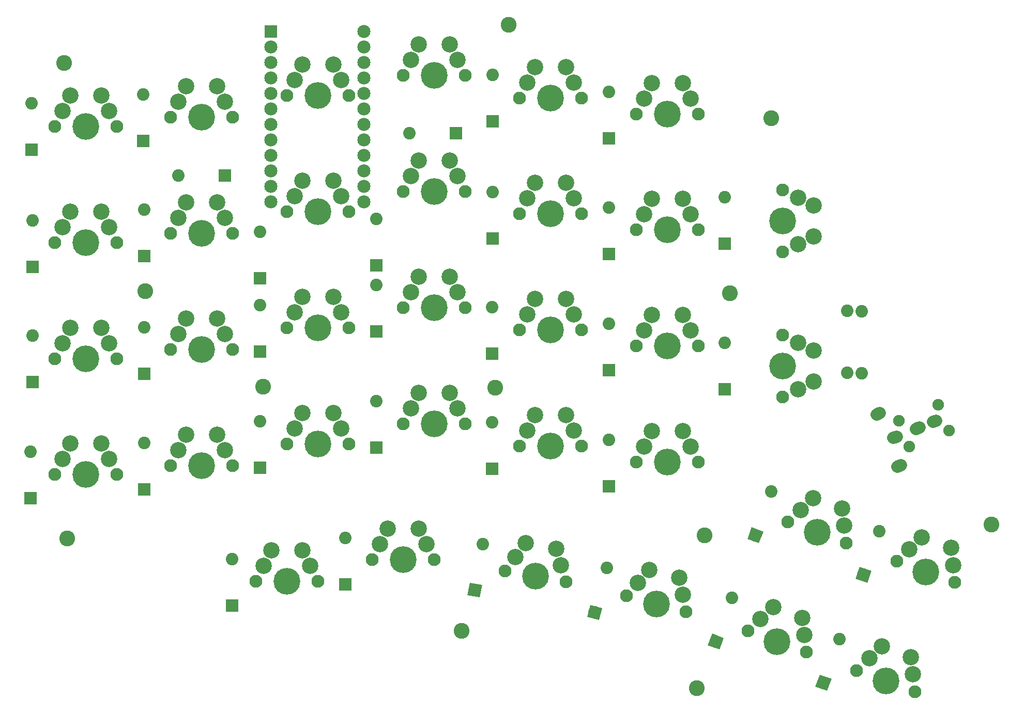
<source format=gts>
G04 #@! TF.GenerationSoftware,KiCad,Pcbnew,(5.0.0)*
G04 #@! TF.CreationDate,2018-10-18T18:59:20-04:00*
G04 #@! TF.ProjectId,orthomac2,6F7274686F6D6163322E6B696361645F,rev?*
G04 #@! TF.SameCoordinates,Original*
G04 #@! TF.FileFunction,Soldermask,Top*
G04 #@! TF.FilePolarity,Negative*
%FSLAX46Y46*%
G04 Gerber Fmt 4.6, Leading zero omitted, Abs format (unit mm)*
G04 Created by KiCad (PCBNEW (5.0.0)) date 10/18/18 18:59:20*
%MOMM*%
%LPD*%
G01*
G04 APERTURE LIST*
%ADD10C,2.152600*%
%ADD11R,2.152600X2.152600*%
%ADD12R,2.051000X2.051000*%
%ADD13C,2.051000*%
%ADD14C,0.100000*%
%ADD15C,2.686000*%
%ADD16C,4.387800*%
%ADD17C,2.101800*%
%ADD18C,1.900000*%
%ADD19C,2.000000*%
%ADD20C,2.000000*%
%ADD21C,2.600000*%
G04 APERTURE END LIST*
D10*
G04 #@! TO.C,M1*
X95182500Y-21936200D03*
X79942500Y-49876200D03*
X95182500Y-24476200D03*
X95182500Y-27016200D03*
X95182500Y-29556200D03*
X95182500Y-32096200D03*
X95182500Y-34636200D03*
X95182500Y-37176200D03*
X95182500Y-39716200D03*
X95182500Y-42256200D03*
X95182500Y-44796200D03*
X95182500Y-47336200D03*
X95182500Y-49876200D03*
X79942500Y-47336200D03*
X79942500Y-44796200D03*
X79942500Y-42256200D03*
X79942500Y-39716200D03*
X79942500Y-37176200D03*
X79942500Y-34636200D03*
X79942500Y-32096200D03*
X79942500Y-29556200D03*
X79942500Y-27016200D03*
X79942500Y-24476200D03*
D11*
X79942500Y-21936200D03*
G04 #@! TD*
D12*
G04 #@! TO.C,D26*
X135281000Y-96528800D03*
D13*
X135281000Y-88908800D03*
G04 #@! TD*
G04 #@! TO.C,D30*
X132982899Y-117211177D03*
D14*
G36*
X132257761Y-115955201D02*
X134238875Y-116486039D01*
X133708037Y-118467153D01*
X131726923Y-117936315D01*
X132257761Y-115955201D01*
X132257761Y-115955201D01*
G37*
D13*
X134955101Y-109850823D03*
G04 #@! TD*
D12*
G04 #@! TO.C,D13*
X154312000Y-56685000D03*
D13*
X154312000Y-49065000D03*
G04 #@! TD*
D12*
G04 #@! TO.C,D19*
X135281000Y-77497500D03*
D13*
X135281000Y-69877500D03*
G04 #@! TD*
D12*
G04 #@! TO.C,D20*
X154312000Y-80591200D03*
D13*
X154312000Y-72971200D03*
G04 #@! TD*
D12*
G04 #@! TO.C,D12*
X135281000Y-58372500D03*
D13*
X135281000Y-50752500D03*
G04 #@! TD*
D12*
G04 #@! TO.C,D6*
X135281000Y-39435000D03*
D13*
X135281000Y-31815000D03*
G04 #@! TD*
G04 #@! TO.C,D32*
X159290903Y-104549229D03*
D14*
G36*
X158677990Y-103234833D02*
X160605299Y-103936316D01*
X159903816Y-105863625D01*
X157976507Y-105162142D01*
X158677990Y-103234833D01*
X158677990Y-103234833D01*
G37*
D13*
X161897097Y-97388771D03*
G04 #@! TD*
G04 #@! TO.C,D31*
X152821903Y-121986229D03*
D14*
G36*
X152208990Y-120671833D02*
X154136299Y-121373316D01*
X153434816Y-123300625D01*
X151507507Y-122599142D01*
X152208990Y-120671833D01*
X152208990Y-120671833D01*
G37*
D13*
X155428097Y-114825771D03*
G04 #@! TD*
D12*
G04 #@! TO.C,D1*
X40781200Y-41310000D03*
D13*
X40781200Y-33690000D03*
G04 #@! TD*
D12*
G04 #@! TO.C,D2*
X59062500Y-39903800D03*
D13*
X59062500Y-32283800D03*
G04 #@! TD*
D12*
G04 #@! TO.C,D3*
X72435000Y-45562500D03*
D13*
X64815000Y-45562500D03*
G04 #@! TD*
D12*
G04 #@! TO.C,D4*
X110216000Y-38625000D03*
D13*
X102596000Y-38625000D03*
G04 #@! TD*
D12*
G04 #@! TO.C,D5*
X116250000Y-36622500D03*
D13*
X116250000Y-29002500D03*
G04 #@! TD*
D12*
G04 #@! TO.C,D7*
X40875000Y-60528800D03*
D13*
X40875000Y-52908800D03*
G04 #@! TD*
D12*
G04 #@! TO.C,D8*
X59156200Y-58747500D03*
D13*
X59156200Y-51127500D03*
G04 #@! TD*
D12*
G04 #@! TO.C,D9*
X78187500Y-62403800D03*
D13*
X78187500Y-54783800D03*
G04 #@! TD*
D12*
G04 #@! TO.C,D10*
X97218800Y-60247500D03*
D13*
X97218800Y-52627500D03*
G04 #@! TD*
D12*
G04 #@! TO.C,D11*
X116250000Y-55841200D03*
D13*
X116250000Y-48221200D03*
G04 #@! TD*
D12*
G04 #@! TO.C,D14*
X40875000Y-79372500D03*
D13*
X40875000Y-71752500D03*
G04 #@! TD*
D12*
G04 #@! TO.C,D15*
X59156200Y-78060000D03*
D13*
X59156200Y-70440000D03*
G04 #@! TD*
D12*
G04 #@! TO.C,D16*
X78187500Y-74403800D03*
D13*
X78187500Y-66783800D03*
G04 #@! TD*
D12*
G04 #@! TO.C,D17*
X97218800Y-71122500D03*
D13*
X97218800Y-63502500D03*
G04 #@! TD*
D12*
G04 #@! TO.C,D18*
X116156000Y-74778800D03*
D13*
X116156000Y-67158800D03*
G04 #@! TD*
D12*
G04 #@! TO.C,D21*
X40593800Y-98497500D03*
D13*
X40593800Y-90877500D03*
G04 #@! TD*
D12*
G04 #@! TO.C,D22*
X59156200Y-96997500D03*
D13*
X59156200Y-89377500D03*
G04 #@! TD*
D12*
G04 #@! TO.C,D23*
X78187500Y-93435000D03*
D13*
X78187500Y-85815000D03*
G04 #@! TD*
D12*
G04 #@! TO.C,D24*
X97218800Y-90153800D03*
D13*
X97218800Y-82533800D03*
G04 #@! TD*
D12*
G04 #@! TO.C,D25*
X116156000Y-93622500D03*
D13*
X116156000Y-86002500D03*
G04 #@! TD*
D12*
G04 #@! TO.C,D27*
X73593800Y-116029000D03*
D13*
X73593800Y-108409000D03*
G04 #@! TD*
D12*
G04 #@! TO.C,D28*
X92156200Y-112560000D03*
D13*
X92156200Y-104940000D03*
G04 #@! TD*
G04 #@! TO.C,D29*
X113338400Y-113533118D03*
D14*
G36*
X112506556Y-112345121D02*
X114526397Y-112701274D01*
X114170244Y-114721115D01*
X112150403Y-114364962D01*
X112506556Y-112345121D01*
X112506556Y-112345121D01*
G37*
D13*
X114661600Y-106028882D03*
G04 #@! TD*
G04 #@! TO.C,D33*
X177008903Y-111018229D03*
D14*
G36*
X176395990Y-109703833D02*
X178323299Y-110405316D01*
X177621816Y-112332625D01*
X175694507Y-111631142D01*
X176395990Y-109703833D01*
X176395990Y-109703833D01*
G37*
D13*
X179615097Y-103857771D03*
G04 #@! TD*
G04 #@! TO.C,D34*
X170446903Y-128736229D03*
D14*
G36*
X169833990Y-127421833D02*
X171761299Y-128123316D01*
X171059816Y-130050625D01*
X169132507Y-129349142D01*
X169833990Y-127421833D01*
X169833990Y-127421833D01*
G37*
D13*
X173053097Y-121575771D03*
G04 #@! TD*
D15*
G04 #@! TO.C,K20*
X166321000Y-80591200D03*
X168861000Y-74241200D03*
X168861000Y-79321200D03*
D16*
X163781000Y-76781200D03*
D15*
X166321000Y-72971200D03*
D17*
X163781000Y-81861200D03*
X163781000Y-71701200D03*
G04 #@! TD*
D15*
G04 #@! TO.C,K13*
X166321000Y-56778800D03*
X168861000Y-50428800D03*
X168861000Y-55508800D03*
D16*
X163781000Y-52968800D03*
D15*
X166321000Y-49158800D03*
D17*
X163781000Y-58048800D03*
X163781000Y-47888800D03*
G04 #@! TD*
G04 #@! TO.C,K21*
X44513800Y-94593800D03*
X54673800Y-94593800D03*
D15*
X45783800Y-92053800D03*
D16*
X49593800Y-94593800D03*
D15*
X52133800Y-89513800D03*
X47053800Y-89513800D03*
X53403800Y-92053800D03*
G04 #@! TD*
D17*
G04 #@! TO.C,K14*
X44513800Y-75562500D03*
X54673800Y-75562500D03*
D15*
X45783800Y-73022500D03*
D16*
X49593800Y-75562500D03*
D15*
X52133800Y-70482500D03*
X47053800Y-70482500D03*
X53403800Y-73022500D03*
G04 #@! TD*
D17*
G04 #@! TO.C,K7*
X44513800Y-56531200D03*
X54673800Y-56531200D03*
D15*
X45783800Y-53991200D03*
D16*
X49593800Y-56531200D03*
D15*
X52133800Y-51451200D03*
X47053800Y-51451200D03*
X53403800Y-53991200D03*
G04 #@! TD*
D17*
G04 #@! TO.C,K8*
X63545000Y-55031200D03*
X73705000Y-55031200D03*
D15*
X64815000Y-52491200D03*
D16*
X68625000Y-55031200D03*
D15*
X71165000Y-49951200D03*
X66085000Y-49951200D03*
X72435000Y-52491200D03*
G04 #@! TD*
D17*
G04 #@! TO.C,K15*
X63545000Y-74062500D03*
X73705000Y-74062500D03*
D15*
X64815000Y-71522500D03*
D16*
X68625000Y-74062500D03*
D15*
X71165000Y-68982500D03*
X66085000Y-68982500D03*
X72435000Y-71522500D03*
G04 #@! TD*
D17*
G04 #@! TO.C,K22*
X63545000Y-93093800D03*
X73705000Y-93093800D03*
D15*
X64815000Y-90553800D03*
D16*
X68625000Y-93093800D03*
D15*
X71165000Y-88013800D03*
X66085000Y-88013800D03*
X72435000Y-90553800D03*
G04 #@! TD*
D17*
G04 #@! TO.C,K23*
X82576200Y-89531200D03*
X92736200Y-89531200D03*
D15*
X83846200Y-86991200D03*
D16*
X87656200Y-89531200D03*
D15*
X90196200Y-84451200D03*
X85116200Y-84451200D03*
X91466200Y-86991200D03*
G04 #@! TD*
D17*
G04 #@! TO.C,K16*
X82576200Y-70500000D03*
X92736200Y-70500000D03*
D15*
X83846200Y-67960000D03*
D16*
X87656200Y-70500000D03*
D15*
X90196200Y-65420000D03*
X85116200Y-65420000D03*
X91466200Y-67960000D03*
G04 #@! TD*
D17*
G04 #@! TO.C,K9*
X82576200Y-51468800D03*
X92736200Y-51468800D03*
D15*
X83846200Y-48928800D03*
D16*
X87656200Y-51468800D03*
D15*
X90196200Y-46388800D03*
X85116200Y-46388800D03*
X91466200Y-48928800D03*
G04 #@! TD*
D17*
G04 #@! TO.C,K24*
X101608000Y-86250000D03*
X111768000Y-86250000D03*
D15*
X102878000Y-83710000D03*
D16*
X106688000Y-86250000D03*
D15*
X109228000Y-81170000D03*
X104148000Y-81170000D03*
X110498000Y-83710000D03*
G04 #@! TD*
D17*
G04 #@! TO.C,K17*
X101608000Y-67218800D03*
X111768000Y-67218800D03*
D15*
X102878000Y-64678800D03*
D16*
X106688000Y-67218800D03*
D15*
X109228000Y-62138800D03*
X104148000Y-62138800D03*
X110498000Y-64678800D03*
G04 #@! TD*
D17*
G04 #@! TO.C,K10*
X101608000Y-48187500D03*
X111768000Y-48187500D03*
D15*
X102878000Y-45647500D03*
D16*
X106688000Y-48187500D03*
D15*
X109228000Y-43107500D03*
X104148000Y-43107500D03*
X110498000Y-45647500D03*
G04 #@! TD*
D17*
G04 #@! TO.C,K11*
X120639000Y-51843800D03*
X130799000Y-51843800D03*
D15*
X121909000Y-49303800D03*
D16*
X125719000Y-51843800D03*
D15*
X128259000Y-46763800D03*
X123179000Y-46763800D03*
X129529000Y-49303800D03*
G04 #@! TD*
D17*
G04 #@! TO.C,K18*
X120639000Y-70875000D03*
X130799000Y-70875000D03*
D15*
X121909000Y-68335000D03*
D16*
X125719000Y-70875000D03*
D15*
X128259000Y-65795000D03*
X123179000Y-65795000D03*
X129529000Y-68335000D03*
G04 #@! TD*
D17*
G04 #@! TO.C,K25*
X120639000Y-89906200D03*
X130799000Y-89906200D03*
D15*
X121909000Y-87366200D03*
D16*
X125719000Y-89906200D03*
D15*
X128259000Y-84826200D03*
X123179000Y-84826200D03*
X129529000Y-87366200D03*
G04 #@! TD*
D17*
G04 #@! TO.C,K26*
X139764000Y-92531200D03*
X149924000Y-92531200D03*
D15*
X141034000Y-89991200D03*
D16*
X144844000Y-92531200D03*
D15*
X147384000Y-87451200D03*
X142304000Y-87451200D03*
X148654000Y-89991200D03*
G04 #@! TD*
D17*
G04 #@! TO.C,K19*
X139764000Y-73500000D03*
X149924000Y-73500000D03*
D15*
X141034000Y-70960000D03*
D16*
X144844000Y-73500000D03*
D15*
X147384000Y-68420000D03*
X142304000Y-68420000D03*
X148654000Y-70960000D03*
G04 #@! TD*
D17*
G04 #@! TO.C,K12*
X139764000Y-54468800D03*
X149924000Y-54468800D03*
D15*
X141034000Y-51928800D03*
D16*
X144844000Y-54468800D03*
D15*
X147384000Y-49388800D03*
X142304000Y-49388800D03*
X148654000Y-51928800D03*
G04 #@! TD*
D17*
G04 #@! TO.C,K31*
X158070361Y-120231538D03*
X167617639Y-123706462D03*
D15*
X160132502Y-118279084D03*
D16*
X162844000Y-121969000D03*
D15*
X166968283Y-118064093D03*
X162194643Y-116326630D03*
X167292960Y-120885277D03*
G04 #@! TD*
D17*
G04 #@! TO.C,K34*
X175882361Y-126700538D03*
X185429639Y-130175462D03*
D15*
X177944502Y-124748084D03*
D16*
X180656000Y-128438000D03*
D15*
X184780283Y-124533093D03*
X180006643Y-122795630D03*
X185104960Y-127354277D03*
G04 #@! TD*
D17*
G04 #@! TO.C,K33*
X182445361Y-108793538D03*
X191992639Y-112268462D03*
D15*
X184507502Y-106841084D03*
D16*
X187219000Y-110531000D03*
D15*
X191343283Y-106626093D03*
X186569643Y-104888630D03*
X191667960Y-109447277D03*
G04 #@! TD*
D17*
G04 #@! TO.C,K4*
X101608000Y-29156200D03*
X111768000Y-29156200D03*
D15*
X102878000Y-26616200D03*
D16*
X106688000Y-29156200D03*
D15*
X109228000Y-24076200D03*
X104148000Y-24076200D03*
X110498000Y-26616200D03*
G04 #@! TD*
D17*
G04 #@! TO.C,K1*
X44513800Y-37500000D03*
X54673800Y-37500000D03*
D15*
X45783800Y-34960000D03*
D16*
X49593800Y-37500000D03*
D15*
X52133800Y-32420000D03*
X47053800Y-32420000D03*
X53403800Y-34960000D03*
G04 #@! TD*
D17*
G04 #@! TO.C,K32*
X164632361Y-102324538D03*
X174179639Y-105799462D03*
D15*
X166694502Y-100372084D03*
D16*
X169406000Y-104062000D03*
D15*
X173530283Y-100157093D03*
X168756643Y-98419630D03*
X173854960Y-102978277D03*
G04 #@! TD*
D17*
G04 #@! TO.C,K30*
X138155097Y-114466199D03*
X147968903Y-117095801D03*
D15*
X140039223Y-112341448D03*
D16*
X143062000Y-115781000D03*
D15*
X146830252Y-111531497D03*
X141923349Y-110216696D03*
X147399578Y-114313649D03*
G04 #@! TD*
D17*
G04 #@! TO.C,K6*
X139764000Y-35437500D03*
X149924000Y-35437500D03*
D15*
X141034000Y-32897500D03*
D16*
X144844000Y-35437500D03*
D15*
X147384000Y-30357500D03*
X142304000Y-30357500D03*
X148654000Y-32897500D03*
G04 #@! TD*
D17*
G04 #@! TO.C,K2*
X63545000Y-36000000D03*
X73705000Y-36000000D03*
D15*
X64815000Y-33460000D03*
D16*
X68625000Y-36000000D03*
D15*
X71165000Y-30920000D03*
X66085000Y-30920000D03*
X72435000Y-33460000D03*
G04 #@! TD*
D17*
G04 #@! TO.C,K3*
X82576200Y-32437500D03*
X92736200Y-32437500D03*
D15*
X83846200Y-29897500D03*
D16*
X87656200Y-32437500D03*
D15*
X90196200Y-27357500D03*
X85116200Y-27357500D03*
X91466200Y-29897500D03*
G04 #@! TD*
D17*
G04 #@! TO.C,K5*
X120639000Y-32812500D03*
X130799000Y-32812500D03*
D15*
X121909000Y-30272500D03*
D16*
X125719000Y-32812500D03*
D15*
X128259000Y-27732500D03*
X123179000Y-27732500D03*
X129529000Y-30272500D03*
G04 #@! TD*
D17*
G04 #@! TO.C,K27*
X77513800Y-112125000D03*
X87673800Y-112125000D03*
D15*
X78783800Y-109585000D03*
D16*
X82593800Y-112125000D03*
D15*
X85133800Y-107045000D03*
X80053800Y-107045000D03*
X86403800Y-109585000D03*
G04 #@! TD*
D17*
G04 #@! TO.C,K28*
X96545000Y-108562000D03*
X106705000Y-108562000D03*
D15*
X97815000Y-106022000D03*
D16*
X101625000Y-108562000D03*
D15*
X104165000Y-103482000D03*
X99085000Y-103482000D03*
X105435000Y-106022000D03*
G04 #@! TD*
D17*
G04 #@! TO.C,K29*
X118278177Y-110398867D03*
X128283823Y-112163133D03*
D15*
X119969949Y-108117989D03*
D16*
X123281000Y-111281000D03*
D15*
X126664544Y-106719243D03*
X121661721Y-105837110D03*
X127474184Y-109441188D03*
G04 #@! TD*
D18*
G04 #@! TO.C,J1*
X184512814Y-90010339D03*
X191003100Y-87388094D03*
D19*
X182871012Y-93154299D03*
D20*
X183149167Y-93041917D02*
X182592857Y-93266681D01*
D19*
X179424632Y-84624209D03*
D20*
X179702787Y-84511827D02*
X179146477Y-84736591D01*
D19*
X182167725Y-88477188D03*
D20*
X182445880Y-88364806D02*
X181889570Y-88589570D01*
D19*
X188658014Y-85854940D03*
D20*
X188936169Y-85742558D02*
X188379859Y-85967322D01*
D18*
X182789626Y-85745293D03*
X189279911Y-83123049D03*
D19*
X185876460Y-86978761D03*
D20*
X186154615Y-86866379D02*
X185598305Y-87091143D01*
G04 #@! TD*
D13*
G04 #@! TO.C,R1*
X174382000Y-77887600D03*
X174382000Y-67727600D03*
G04 #@! TD*
G04 #@! TO.C,R2*
X176726000Y-67821300D03*
X176726000Y-77981300D03*
G04 #@! TD*
D21*
G04 #@! TO.C,h1*
X46031200Y-27093800D03*
G04 #@! TD*
G04 #@! TO.C,h3*
X161906000Y-36187500D03*
G04 #@! TD*
G04 #@! TO.C,h2*
X118875000Y-20812500D03*
G04 #@! TD*
G04 #@! TO.C,h8*
X46593800Y-105094000D03*
G04 #@! TD*
G04 #@! TO.C,h7*
X116719000Y-80343800D03*
G04 #@! TD*
G04 #@! TO.C,h11*
X198000000Y-102750000D03*
G04 #@! TD*
G04 #@! TO.C,h12*
X149718750Y-129656250D03*
G04 #@! TD*
G04 #@! TO.C,h9*
X111188000Y-120188000D03*
G04 #@! TD*
G04 #@! TO.C,h10*
X150938000Y-104531000D03*
G04 #@! TD*
G04 #@! TO.C,h6*
X78656200Y-80156200D03*
G04 #@! TD*
G04 #@! TO.C,h4*
X59343800Y-64500000D03*
G04 #@! TD*
G04 #@! TO.C,h5*
X155156000Y-64875000D03*
G04 #@! TD*
M02*

</source>
